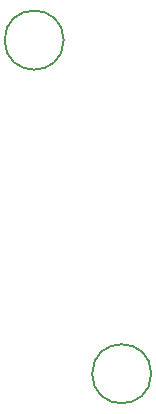
<source format=gbr>
%TF.GenerationSoftware,KiCad,Pcbnew,7.0.7*%
%TF.CreationDate,2023-09-08T10:51:00+10:00*%
%TF.ProjectId,JonoBro,4a6f6e6f-4272-46f2-9e6b-696361645f70,rev?*%
%TF.SameCoordinates,Original*%
%TF.FileFunction,Other,Comment*%
%FSLAX46Y46*%
G04 Gerber Fmt 4.6, Leading zero omitted, Abs format (unit mm)*
G04 Created by KiCad (PCBNEW 7.0.7) date 2023-09-08 10:51:00*
%MOMM*%
%LPD*%
G01*
G04 APERTURE LIST*
%ADD10C,0.150000*%
G04 APERTURE END LIST*
D10*
%TO.C,H1*%
X146500000Y-98500000D02*
G75*
G03*
X146500000Y-98500000I-2500000J0D01*
G01*
%TO.C,H2*%
X139088353Y-70253731D02*
G75*
G03*
X139088353Y-70253731I-2500000J0D01*
G01*
%TD*%
M02*

</source>
